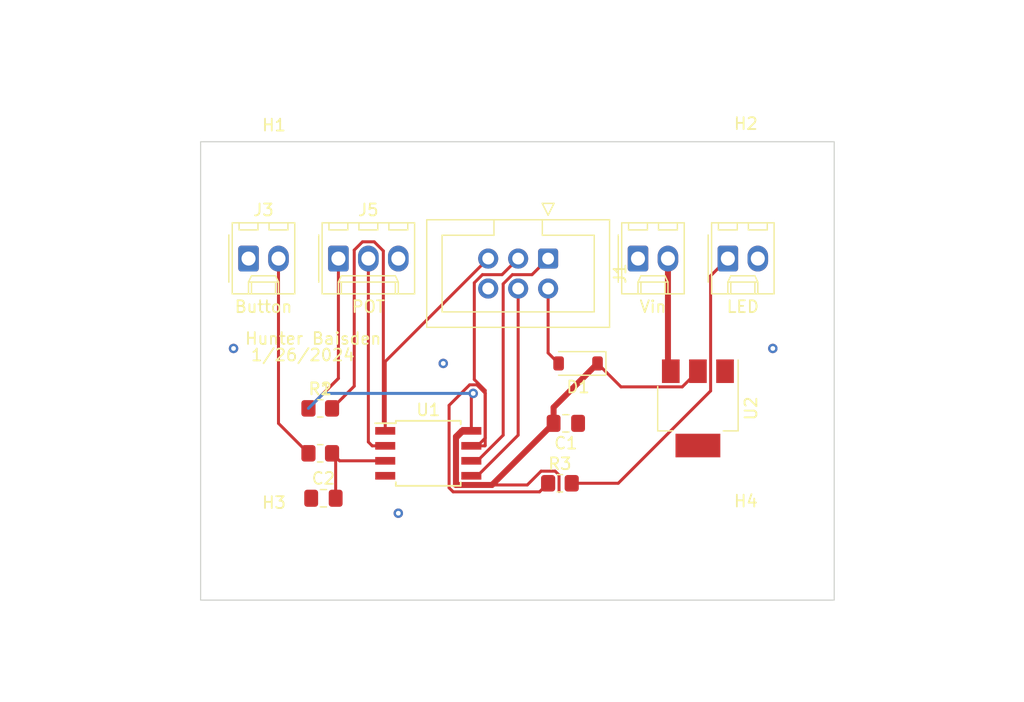
<source format=kicad_pcb>
(kicad_pcb (version 20221018) (generator pcbnew)
  (layers (0 "F.Cu" signal) (31 "B.Cu" signal) (34 "B.Paste" user) (35 "F.Paste" user) (36 "B.SilkS" user "B.Silkscreen") (37 "F.SilkS" user "F.Silkscreen") (38 "B.Mask" user) (39 "F.Mask" user) (44 "Edge.Cuts" user))
  (net 0 "")
  (net 1 "GND")
  (net 2 "+5V")
  (net 3 "/Button")
  (net 4 "Net-(D1-A)")
  (net 5 "/MISO")
  (net 6 "/SCK")
  (net 7 "/MOSI")
  (net 8 "/RST")
  (net 9 "Net-(J2-Pin_2)")
  (net 10 "Net-(J3-Pin_2)")
  (net 11 "Net-(J4-Pin_1)")
  (net 12 "Net-(J5-Pin_2)")
  (footprint "Capacitor_SMD:C_0805_2012Metric_Pad1.18x1.45mm_HandSolder" (layer "F.Cu") (at 118.11 109.22)
    (fp_text reference "C2" (at 0 -1.68) (layer "F.SilkS"))
    (fp_text value "1uF")
    (fp_line (start -0.261252 -0.735) (end 0.261252 -0.735) (stroke (width 0.12)) (layer "F.SilkS"))
    (fp_line (start -0.261252 0.735) (end 0.261252 0.735) (stroke (width 0.12)) (layer "F.SilkS"))
    (pad "1" smd roundrect (at -1.0375 0) (size 1.175 1.45) (layers "F.Cu" "F.Paste" "F.Mask") (roundrect_rratio 0.212766) (net 1 "GND"))
    (pad "2" smd roundrect (at 1.0375 0) (size 1.175 1.45) (layers "F.Cu" "F.Paste" "F.Mask") (roundrect_rratio 0.212766) (net 3 "/Button"))
  )
  (footprint "Connector_IDC:IDC-Header_2x03_P2.54mm_Vertical" (layer "F.Cu") (at 137.16 88.9 -90)
    (fp_text reference "J1" (at 1.27 -6.1 90) (layer "F.SilkS"))
    (fp_text value "AVR-ISP-6")
    (fp_line (start -4.68 -0.5) (end -4.68 0.5) (stroke (width 0.12)) (layer "F.SilkS"))
    (fp_line (start -4.68 0.5) (end -3.68 0) (stroke (width 0.12)) (layer "F.SilkS"))
    (fp_line (start -3.68 0) (end -4.68 -0.5) (stroke (width 0.12)) (layer "F.SilkS"))
    (fp_line (start -3.29 -5.21) (end 5.83 -5.21) (stroke (width 0.12)) (layer "F.SilkS"))
    (fp_line (start -3.29 0.49) (end -1.98 0.49) (stroke (width 0.12)) (layer "F.SilkS"))
    (fp_line (start -3.29 10.29) (end -3.29 -5.21) (stroke (width 0.12)) (layer "F.SilkS"))
    (fp_line (start -1.98 -3.91) (end 4.52 -3.91) (stroke (width 0.12)) (layer "F.SilkS"))
    (fp_line (start -1.98 0.49) (end -1.98 -3.91) (stroke (width 0.12)) (layer "F.SilkS"))
    (fp_line (start -1.98 4.59) (end -3.29 4.59) (stroke (width 0.12)) (layer "F.SilkS"))
    (fp_line (start -1.98 4.59) (end -1.98 4.59) (stroke (width 0.12)) (layer "F.SilkS"))
    (fp_line (start -1.98 8.99) (end -1.98 4.59) (stroke (width 0.12)) (layer "F.SilkS"))
    (fp_line (start 4.52 -3.91) (end 4.52 8.99) (stroke (width 0.12)) (layer "F.SilkS"))
    (fp_line (start 4.52 8.99) (end -1.98 8.99) (stroke (width 0.12)) (layer "F.SilkS"))
    (fp_line (start 5.83 -5.21) (end 5.83 10.29) (stroke (width 0.12)) (layer "F.SilkS"))
    (fp_line (start 5.83 10.29) (end -3.29 10.29) (stroke (width 0.12)) (layer "F.SilkS"))
    (pad "1" thru_hole roundrect (at 0 0 270) (size 1.7 1.7) (drill 1) (layers "*.Cu" "*.Mask") (roundrect_rratio 0.147059) (net 5 "/MISO"))
    (pad "2" thru_hole circle (at 2.54 0 270) (size 1.7 1.7) (drill 1) (layers "*.Cu" "*.Mask") (net 4 "Net-(D1-A)"))
    (pad "3" thru_hole circle (at 0 2.54 270) (size 1.7 1.7) (drill 1) (layers "*.Cu" "*.Mask") (net 6 "/SCK"))
    (pad "4" thru_hole circle (at 2.54 2.54 270) (size 1.7 1.7) (drill 1) (layers "*.Cu" "*.Mask") (net 7 "/MOSI"))
    (pad "5" thru_hole circle (at 0 5.08 270) (size 1.7 1.7) (drill 1) (layers "*.Cu" "*.Mask") (net 8 "/RST"))
    (pad "6" thru_hole circle (at 2.54 5.08 270) (size 1.7 1.7) (drill 1) (layers "*.Cu" "*.Mask") (net 1 "GND"))
  )
  (footprint "Package_SO:SOIC-8W_5.3x5.3mm_P1.27mm" (layer "F.Cu") (at 127 105.41)
    (fp_text reference "U1" (at 0 -3.68) (layer "F.SilkS"))
    (fp_text value "ATtiny85-20S")
    (fp_line (start -2.75 -2.755) (end -2.75 -2.55) (stroke (width 0.15)) (layer "F.SilkS"))
    (fp_line (start -2.75 -2.755) (end 2.75 -2.755) (stroke (width 0.15)) (layer "F.SilkS"))
    (fp_line (start -2.75 -2.55) (end -4.5 -2.55) (stroke (width 0.15)) (layer "F.SilkS"))
    (fp_line (start -2.75 2.755) (end -2.75 2.455) (stroke (width 0.15)) (layer "F.SilkS"))
    (fp_line (start -2.75 2.755) (end 2.75 2.755) (stroke (width 0.15)) (layer "F.SilkS"))
    (fp_line (start 2.75 -2.755) (end 2.75 -2.455) (stroke (width 0.15)) (layer "F.SilkS"))
    (fp_line (start 2.75 2.755) (end 2.75 2.455) (stroke (width 0.15)) (layer "F.SilkS"))
    (pad "1" smd rect (at -3.65 -1.905) (size 1.7 0.65) (layers "F.Cu" "F.Paste" "F.Mask") (net 8 "/RST"))
    (pad "2" smd rect (at -3.65 -0.635) (size 1.7 0.65) (layers "F.Cu" "F.Paste" "F.Mask") (net 12 "Net-(J5-Pin_2)"))
    (pad "3" smd rect (at -3.65 0.635) (size 1.7 0.65) (layers "F.Cu" "F.Paste" "F.Mask") (net 3 "/Button"))
    (pad "4" smd rect (at -3.65 1.905) (size 1.7 0.65) (layers "F.Cu" "F.Paste" "F.Mask") (net 1 "GND"))
    (pad "5" smd rect (at 3.65 1.905) (size 1.7 0.65) (layers "F.Cu" "F.Paste" "F.Mask") (net 7 "/MOSI"))
    (pad "6" smd rect (at 3.65 0.635) (size 1.7 0.65) (layers "F.Cu" "F.Paste" "F.Mask") (net 5 "/MISO"))
    (pad "7" smd rect (at 3.65 -0.635) (size 1.7 0.65) (layers "F.Cu" "F.Paste" "F.Mask") (net 6 "/SCK"))
    (pad "8" smd rect (at 3.65 -1.905) (size 1.7 0.65) (layers "F.Cu" "F.Paste" "F.Mask") (net 2 "+5V"))
  )
  (footprint "Resistor_SMD:R_0805_2012Metric_Pad1.20x1.40mm_HandSolder" (layer "F.Cu") (at 117.84 101.6)
    (fp_text reference "R1" (at 0 -1.65) (layer "F.SilkS"))
    (fp_text value "10k")
    (fp_line (start -0.227064 -0.735) (end 0.227064 -0.735) (stroke (width 0.12)) (layer "F.SilkS"))
    (fp_line (start -0.227064 0.735) (end 0.227064 0.735) (stroke (width 0.12)) (layer "F.SilkS"))
    (pad "1" smd roundrect (at -1 0) (size 1.2 1.4) (layers "F.Cu" "F.Paste" "F.Mask") (roundrect_rratio 0.208333) (net 2 "+5V"))
    (pad "2" smd roundrect (at 1 0) (size 1.2 1.4) (layers "F.Cu" "F.Paste" "F.Mask") (roundrect_rratio 0.208333) (net 8 "/RST"))
  )
  (footprint "Resistor_SMD:R_0805_2012Metric_Pad1.20x1.40mm_HandSolder" (layer "F.Cu") (at 138.16 107.95)
    (fp_text reference "R3" (at 0 -1.65) (layer "F.SilkS"))
    (fp_text value "1k")
    (fp_line (start -0.227064 -0.735) (end 0.227064 -0.735) (stroke (width 0.12)) (layer "F.SilkS"))
    (fp_line (start -0.227064 0.735) (end 0.227064 0.735) (stroke (width 0.12)) (layer "F.SilkS"))
    (pad "1" smd roundrect (at -1 0) (size 1.2 1.4) (layers "F.Cu" "F.Paste" "F.Mask") (roundrect_rratio 0.208333) (net 6 "/SCK"))
    (pad "2" smd roundrect (at 1 0) (size 1.2 1.4) (layers "F.Cu" "F.Paste" "F.Mask") (roundrect_rratio 0.208333) (net 11 "Net-(J4-Pin_1)"))
  )
  (footprint "Connector_Molex:Molex_KK-254_AE-6410-03A_1x03_P2.54mm_Vertical" (layer "F.Cu") (at 119.38 88.9)
    (fp_text reference "J5" (at 2.54 -4.12) (layer "F.SilkS"))
    (fp_text value "POT" (at 2.54 4.08) (layer "F.SilkS"))
    (fp_line (start -1.67 -2) (end -1.67 2) (stroke (width 0.12)) (layer "F.SilkS"))
    (fp_line (start -1.38 -3.03) (end -1.38 2.99) (stroke (width 0.12)) (layer "F.SilkS"))
    (fp_line (start -1.38 2.99) (end 6.46 2.99) (stroke (width 0.12)) (layer "F.SilkS"))
    (fp_line (start -0.8 -3.03) (end -0.8 -2.43) (stroke (width 0.12)) (layer "F.SilkS"))
    (fp_line (start -0.8 -2.43) (end 0.8 -2.43) (stroke (width 0.12)) (layer "F.SilkS"))
    (fp_line (start 0 1.99) (end 0.25 1.46) (stroke (width 0.12)) (layer "F.SilkS"))
    (fp_line (start 0 1.99) (end 5.08 1.99) (stroke (width 0.12)) (layer "F.SilkS"))
    (fp_line (start 0 2.99) (end 0 1.99) (stroke (width 0.12)) (layer "F.SilkS"))
    (fp_line (start 0.25 1.46) (end 4.83 1.46) (stroke (width 0.12)) (layer "F.SilkS"))
    (fp_line (start 0.25 2.99) (end 0.25 1.99) (stroke (width 0.12)) (layer "F.SilkS"))
    (fp_line (start 0.8 -2.43) (end 0.8 -3.03) (stroke (width 0.12)) (layer "F.SilkS"))
    (fp_line (start 1.74 -3.03) (end 1.74 -2.43) (stroke (width 0.12)) (layer "F.SilkS"))
    (fp_line (start 1.74 -2.43) (end 3.34 -2.43) (stroke (width 0.12)) (layer "F.SilkS"))
    (fp_line (start 3.34 -2.43) (end 3.34 -3.03) (stroke (width 0.12)) (layer "F.SilkS"))
    (fp_line (start 4.28 -3.03) (end 4.28 -2.43) (stroke (width 0.12)) (layer "F.SilkS"))
    (fp_line (start 4.28 -2.43) (end 5.88 -2.43) (stroke (width 0.12)) (layer "F.SilkS"))
    (fp_line (start 4.83 1.46) (end 5.08 1.99) (stroke (width 0.12)) (layer "F.SilkS"))
    (fp_line (start 4.83 2.99) (end 4.83 1.99) (stroke (width 0.12)) (layer "F.SilkS"))
    (fp_line (start 5.08 1.99) (end 5.08 2.99) (stroke (width 0.12)) (layer "F.SilkS"))
    (fp_line (start 5.88 -2.43) (end 5.88 -3.03) (stroke (width 0.12)) (layer "F.SilkS"))
    (fp_line (start 6.46 -3.03) (end -1.38 -3.03) (stroke (width 0.12)) (layer "F.SilkS"))
    (fp_line (start 6.46 2.99) (end 6.46 -3.03) (stroke (width 0.12)) (layer "F.SilkS"))
    (pad "1" thru_hole roundrect (at 0 0) (size 1.74 2.19) (drill 1.19) (layers "*.Cu" "*.Mask") (roundrect_rratio 0.143678) (net 2 "+5V"))
    (pad "2" thru_hole oval (at 2.54 0) (size 1.74 2.19) (drill 1.19) (layers "*.Cu" "*.Mask") (net 12 "Net-(J5-Pin_2)"))
    (pad "3" thru_hole oval (at 5.08 0) (size 1.74 2.19) (drill 1.19) (layers "*.Cu" "*.Mask") (net 1 "GND"))
  )
  (footprint "Diode_SMD:D_SOD-123" (layer "F.Cu") (at 139.7 97.79 180)
    (fp_text reference "D1" (at 0 -2) (layer "F.SilkS"))
    (fp_text value "MBR0520")
    (fp_line (start -2.36 -1) (end -2.36 1) (stroke (width 0.12)) (layer "F.SilkS"))
    (fp_line (start -2.36 -1) (end 1.65 -1) (stroke (width 0.12)) (layer "F.SilkS"))
    (fp_line (start -2.36 1) (end 1.65 1) (stroke (width 0.12)) (layer "F.SilkS"))
    (pad "1" smd roundrect (at -1.65 0 180) (size 0.9 1.2) (layers "F.Cu" "F.Paste" "F.Mask") (net 2 "+5V"))
    (pad "2" smd roundrect (at 1.65 0 180) (size 0.9 1.2) (layers "F.Cu" "F.Paste" "F.Mask") (net 4 "Net-(D1-A)"))
  )
  (footprint "Package_TO_SOT_SMD:SOT-223" (layer "F.Cu") (at 149.86 101.6 -90)
    (fp_text reference "U2" (at 0 -4.5 90) (layer "F.SilkS"))
    (fp_text value "LM1117T-5.0")
    (fp_line (start -4.1 -3.41) (end 1.91 -3.41) (stroke (width 0.12)) (layer "F.SilkS"))
    (fp_line (start -1.85 3.41) (end 1.91 3.41) (stroke (width 0.12)) (layer "F.SilkS"))
    (fp_line (start 1.91 -3.41) (end 1.91 -2.15) (stroke (width 0.12)) (layer "F.SilkS"))
    (fp_line (start 1.91 3.41) (end 1.91 2.15) (stroke (width 0.12)) (layer "F.SilkS"))
    (pad "1" smd rect (at -3.15 -2.3 270) (size 2 1.5) (layers "F.Cu" "F.Paste" "F.Mask") (net 1 "GND"))
    (pad "2" smd rect (at -3.15 0 270) (size 2 1.5) (layers "F.Cu" "F.Paste" "F.Mask") (net 2 "+5V"))
    (pad "3" smd rect (at -3.15 2.3 270) (size 2 1.5) (layers "F.Cu" "F.Paste" "F.Mask") (net 9 "Net-(J2-Pin_2)"))
    (pad "4" smd rect (at 3.15 0 270) (size 2 3.8) (layers "F.Cu" "F.Paste" "F.Mask"))
  )
  (footprint "MountingHole:MountingHole_3.2mm_M3" (layer "F.Cu") (at 153.924 113.665)
    (fp_text reference "H4" (at 0 -4.2) (layer "F.SilkS"))
    (fp_text value "MountingHole")
    (pad "" np_thru_hole circle (at 0 0) (size 3.2 3.2) (drill 3.2) (layers "*.Cu" "*.Mask"))
  )
  (footprint "MountingHole:MountingHole_3.2mm_M3" (layer "F.Cu") (at 113.919 81.788)
    (fp_text reference "H1" (at 0 -4.2) (layer "F.SilkS"))
    (fp_text value "MountingHole")
    (pad "" np_thru_hole circle (at 0 0) (size 3.2 3.2) (drill 3.2) (layers "*.Cu" "*.Mask"))
  )
  (footprint "Connector_Molex:Molex_KK-254_AE-6410-02A_1x02_P2.54mm_Vertical" (layer "F.Cu") (at 111.76 88.9)
    (fp_text reference "J3" (at 1.27 -4.12) (layer "F.SilkS"))
    (fp_text value "Button" (at 1.27 4.08) (layer "F.SilkS"))
    (fp_line (start -1.67 -2) (end -1.67 2) (stroke (width 0.12)) (layer "F.SilkS"))
    (fp_line (start -1.38 -3.03) (end -1.38 2.99) (stroke (width 0.12)) (layer "F.SilkS"))
    (fp_line (start -1.38 2.99) (end 3.92 2.99) (stroke (width 0.12)) (layer "F.SilkS"))
    (fp_line (start -0.8 -3.03) (end -0.8 -2.43) (stroke (width 0.12)) (layer "F.SilkS"))
    (fp_line (start -0.8 -2.43) (end 0.8 -2.43) (stroke (width 0.12)) (layer "F.SilkS"))
    (fp_line (start 0 1.99) (end 0.25 1.46) (stroke (width 0.12)) (layer "F.SilkS"))
    (fp_line (start 0 1.99) (end 2.54 1.99) (stroke (width 0.12)) (layer "F.SilkS"))
    (fp_line (start 0 2.99) (end 0 1.99) (stroke (width 0.12)) (layer "F.SilkS"))
    (fp_line (start 0.25 1.46) (end 2.29 1.46) (stroke (width 0.12)) (layer "F.SilkS"))
    (fp_line (start 0.25 2.99) (end 0.25 1.99) (stroke (width 0.12)) (layer "F.SilkS"))
    (fp_line (start 0.8 -2.43) (end 0.8 -3.03) (stroke (width 0.12)) (layer "F.SilkS"))
    (fp_line (start 1.74 -3.03) (end 1.74 -2.43) (stroke (width 0.12)) (layer "F.SilkS"))
    (fp_line (start 1.74 -2.43) (end 3.34 -2.43) (stroke (width 0.12)) (layer "F.SilkS"))
    (fp_line (start 2.29 1.46) (end 2.54 1.99) (stroke (width 0.12)) (layer "F.SilkS"))
    (fp_line (start 2.29 2.99) (end 2.29 1.99) (stroke (width 0.12)) (layer "F.SilkS"))
    (fp_line (start 2.54 1.99) (end 2.54 2.99) (stroke (width 0.12)) (layer "F.SilkS"))
    (fp_line (start 3.34 -2.43) (end 3.34 -3.03) (stroke (width 0.12)) (layer "F.SilkS"))
    (fp_line (start 3.92 -3.03) (end -1.38 -3.03) (stroke (width 0.12)) (layer "F.SilkS"))
    (fp_line (start 3.92 2.99) (end 3.92 -3.03) (stroke (width 0.12)) (layer "F.SilkS"))
    (pad "1" thru_hole roundrect (at 0 0) (size 1.74 2.19) (drill 1.19) (layers "*.Cu" "*.Mask") (roundrect_rratio 0.143678) (net 1 "GND"))
    (pad "2" thru_hole oval (at 2.54 0) (size 1.74 2.19) (drill 1.19) (layers "*.Cu" "*.Mask") (net 10 "Net-(J3-Pin_2)"))
  )
  (footprint "MountingHole:MountingHole_3.2mm_M3" (layer "F.Cu") (at 153.924 81.661)
    (fp_text reference "H2" (at 0 -4.2) (layer "F.SilkS"))
    (fp_text value "MountingHole")
    (pad "" np_thru_hole circle (at 0 0) (size 3.2 3.2) (drill 3.2) (layers "*.Cu" "*.Mask"))
  )
  (footprint "Connector_Molex:Molex_KK-254_AE-6410-02A_1x02_P2.54mm_Vertical" (layer "F.Cu") (at 144.78 88.9)
    (fp_text reference "J2" hide)
    (fp_text value "Vin" (at 1.27 4.08) (layer "F.SilkS"))
    (fp_text user "-" (at 0 0 unlocked) (layer "F.SilkS"))
    (fp_text user "+" (at 0 0 unlocked) (layer "F.SilkS"))
    (fp_line (start -1.67 -2) (end -1.67 2) (stroke (width 0.12)) (layer "F.SilkS"))
    (fp_line (start -1.38 -3.03) (end -1.38 2.99) (stroke (width 0.12)) (layer "F.SilkS"))
    (fp_line (start -1.38 2.99) (end 3.92 2.99) (stroke (width 0.12)) (layer "F.SilkS"))
    (fp_line (start -0.8 -3.03) (end -0.8 -2.43) (stroke (width 0.12)) (layer "F.SilkS"))
    (fp_line (start -0.8 -2.43) (end 0.8 -2.43) (stroke (width 0.12)) (layer "F.SilkS"))
    (fp_line (start 0 1.99) (end 0.25 1.46) (stroke (width 0.12)) (layer "F.SilkS"))
    (fp_line (start 0 1.99) (end 2.54 1.99) (stroke (width 0.12)) (layer "F.SilkS"))
    (fp_line (start 0 2.99) (end 0 1.99) (stroke (width 0.12)) (layer "F.SilkS"))
    (fp_line (start 0.25 1.46) (end 2.29 1.46) (stroke (width 0.12)) (layer "F.SilkS"))
    (fp_line (start 0.25 2.99) (end 0.25 1.99) (stroke (width 0.12)) (layer "F.SilkS"))
    (fp_line (start 0.8 -2.43) (end 0.8 -3.03) (stroke (width 0.12)) (layer "F.SilkS"))
    (fp_line (start 1.74 -3.03) (end 1.74 -2.43) (stroke (width 0.12)) (layer "F.SilkS"))
    (fp_line (start 1.74 -2.43) (end 3.34 -2.43) (stroke (width 0.12)) (layer "F.SilkS"))
    (fp_line (start 2.29 1.46) (end 2.54 1.99) (stroke (width 0.12)) (layer "F.SilkS"))
    (fp_line (start 2.29 2.99) (end 2.29 1.99) (stroke (width 0.12)) (layer "F.SilkS"))
    (fp_line (start 2.54 1.99) (end 2.54 2.99) (stroke (width 0.12)) (layer "F.SilkS"))
    (fp_line (start 3.34 -2.43) (end 3.34 -3.03) (stroke (width 0.12)) (layer "F.SilkS"))
    (fp_line (start 3.92 -3.03) (end -1.38 -3.03) (stroke (width 0.12)) (layer "F.SilkS"))
    (fp_line (start 3.92 2.99) (end 3.92 -3.03) (stroke (width 0.12)) (layer "F.SilkS"))
    (pad "1" thru_hole roundrect (at 0 0) (size 1.74 2.19) (drill 1.19) (layers "*.Cu" "*.Mask") (roundrect_rratio 0.143678) (net 1 "GND"))
    (pad "2" thru_hole oval (at 2.54 0) (size 1.74 2.19) (drill 1.19) (layers "*.Cu" "*.Mask") (net 9 "Net-(J2-Pin_2)"))
  )
  (footprint "Connector_Molex:Molex_KK-254_AE-6410-02A_1x02_P2.54mm_Vertical" (layer "F.Cu") (at 152.4 88.9)
    (fp_text reference "J4" hide)
    (fp_text value "LED" (at 1.27 4.08) (layer "F.SilkS"))
    (fp_text user "+" (at 0 0 unlocked) (layer "F.SilkS"))
    (fp_text user "-" (at 0 0 unlocked) (layer "F.SilkS"))
    (fp_line (start -1.67 -2) (end -1.67 2) (stroke (width 0.12)) (layer "F.SilkS"))
    (fp_line (start -1.38 -3.03) (end -1.38 2.99) (stroke (width 0.12)) (layer "F.SilkS"))
    (fp_line (start -1.38 2.99) (end 3.92 2.99) (stroke (width 0.12)) (layer "F.SilkS"))
    (fp_line (start -0.8 -3.03) (end -0.8 -2.43) (stroke (width 0.12)) (layer "F.SilkS"))
    (fp_line (start -0.8 -2.43) (end 0.8 -2.43) (stroke (width 0.12)) (layer "F.SilkS"))
    (fp_line (start 0 1.99) (end 0.25 1.46) (stroke (width 0.12)) (layer "F.SilkS"))
    (fp_line (start 0 1.99) (end 2.54 1.99) (stroke (width 0.12)) (layer "F.SilkS"))
    (fp_line (start 0 2.99) (end 0 1.99) (stroke (width 0.12)) (layer "F.SilkS"))
    (fp_line (start 0.25 1.46) (end 2.29 1.46) (stroke (width 0.12)) (layer "F.SilkS"))
    (fp_line (start 0.25 2.99) (end 0.25 1.99) (stroke (width 0.12)) (layer "F.SilkS"))
    (fp_line (start 0.8 -2.43) (end 0.8 -3.03) (stroke (width 0.12)) (layer "F.SilkS"))
    (fp_line (start 1.74 -3.03) (end 1.74 -2.43) (stroke (width 0.12)) (layer "F.SilkS"))
    (fp_line (start 1.74 -2.43) (end 3.34 -2.43) (stroke (width 0.12)) (layer "F.SilkS"))
    (fp_line (start 2.29 1.46) (end 2.54 1.99) (stroke (width 0.12)) (layer "F.SilkS"))
    (fp_line (start 2.29 2.99) (end 2.29 1.99) (stroke (width 0.12)) (layer "F.SilkS"))
    (fp_line (start 2.54 1.99) (end 2.54 2.99) (stroke (width 0.12)) (layer "F.SilkS"))
    (fp_line (start 3.34 -2.43) (end 3.34 -3.03) (stroke (width 0.12)) (layer "F.SilkS"))
    (fp_line (start 3.92 -3.03) (end -1.38 -3.03) (stroke (width 0.12)) (layer "F.SilkS"))
    (fp_line (start 3.92 2.99) (end 3.92 -3.03) (stroke (width 0.12)) (layer "F.SilkS"))
    (pad "1" thru_hole roundrect (at 0 0) (size 1.74 2.19) (drill 1.19) (layers "*.Cu" "*.Mask") (roundrect_rratio 0.143678) (net 11 "Net-(J4-Pin_1)"))
    (pad "2" thru_hole oval (at 2.54 0) (size 1.74 2.19) (drill 1.19) (layers "*.Cu" "*.Mask") (net 1 "GND"))
  )
  (footprint "Resistor_SMD:R_0805_2012Metric_Pad1.20x1.40mm_HandSolder" (layer "F.Cu") (at 117.84 105.41)
    (fp_text reference "R2" (at 0 -5.46) (layer "F.SilkS"))
    (fp_text value "10k")
    (fp_line (start -0.227064 -0.735) (end 0.227064 -0.735) (stroke (width 0.12)) (layer "F.SilkS"))
    (fp_line (start -0.227064 0.735) (end 0.227064 0.735) (stroke (width 0.12)) (layer "F.SilkS"))
    (pad "1" smd roundrect (at -1 0) (size 1.2 1.4) (layers "F.Cu" "F.Paste" "F.Mask") (roundrect_rratio 0.208333) (net 10 "Net-(J3-Pin_2)"))
    (pad "2" smd roundrect (at 1 0) (size 1.2 1.4) (layers "F.Cu" "F.Paste" "F.Mask") (roundrect_rratio 0.208333) (net 3 "/Button"))
  )
  (footprint "MountingHole:MountingHole_3.2mm_M3" (layer "F.Cu") (at 113.919 113.792)
    (fp_text reference "H3" (at 0 -4.2) (layer "F.SilkS"))
    (fp_text value "MountingHole")
    (pad "" np_thru_hole circle (at 0 0) (size 3.2 3.2) (drill 3.2) (layers "*.Cu" "*.Mask"))
  )
  (footprint "Capacitor_SMD:C_0805_2012Metric_Pad1.18x1.45mm_HandSolder" (layer "F.Cu") (at 138.6625 102.87 180)
    (fp_text reference "C1" (at 0 -1.68) (layer "F.SilkS"))
    (fp_text value "1uF")
    (fp_line (start -0.261252 -0.735) (end 0.261252 -0.735) (stroke (width 0.12)) (layer "F.SilkS"))
    (fp_line (start -0.261252 0.735) (end 0.261252 0.735) (stroke (width 0.12)) (layer "F.SilkS"))
    (pad "1" smd roundrect (at -1.0375 0 180) (size 1.175 1.45) (layers "F.Cu" "F.Paste" "F.Mask") (roundrect_rratio 0.212766) (net 1 "GND"))
    (pad "2" smd roundrect (at 1.0375 0 180) (size 1.175 1.45) (layers "F.Cu" "F.Paste" "F.Mask") (roundrect_rratio 0.212766) (net 2 "+5V"))
  )
  (gr_rect (start 107.696 78.994) (end 161.417 117.856) (stroke (width 0.1)) (fill none) (layer "Edge.Cuts"))
  (gr_text "Hunter Baisden" (at 111.379 96.266) (layer "F.SilkS") (effects (font (size 1 1)) (justify left bottom)))
  (gr_text "1/26/2024" (at 111.887 97.663) (layer "F.SilkS") (effects (font (size 1 1)) (justify left bottom)))
  (via (at 156.21 96.52) (size 0.8) (drill 0.4) (layers "F.Cu" "B.Cu") (net 0))
  (via (at 128.27 97.79) (size 0.8) (drill 0.4) (layers "F.Cu" "B.Cu") (net 0))
  (via (at 124.46 110.49) (size 0.8) (drill 0.4) (layers "F.Cu" "B.Cu") (net 0))
  (via (at 110.49 96.52) (size 0.8) (drill 0.4) (layers "F.Cu" "B.Cu") (net 0))
  (segment (start 148.533 99.777) (end 149.86 98.45) (width 0.254) (layer "F.Cu") (net 2))
  (segment (start 137.625 101.515) (end 141.35 97.79) (width 0.508) (layer "F.Cu") (net 2))
  (segment (start 137.625 102.87) (end 137.625 101.515) (width 0.508) (layer "F.Cu") (net 2))
  (segment (start 130.65 100.49) (end 130.81 100.33) (width 0.254) (layer "F.Cu") (net 2))
  (segment (start 129.54 108.094) (end 129.473 108.027) (width 0.254) (layer "F.Cu") (net 2))
  (segment (start 138.087 108.645928) (end 138.087 107.254072) (width 0.254) (layer "F.Cu") (net 2))
  (segment (start 119.38 88.9) (end 119.38 99.06) (width 0.254) (layer "F.Cu") (net 2))
  (segment (start 129.837 103.505) (end 130.65 103.505) (width 0.508) (layer "F.Cu") (net 2))
  (segment (start 137.625 102.87) (end 132.401 108.094) (width 0.508) (layer "F.Cu") (net 2))
  (segment (start 129.346 103.996) (end 129.837 103.505) (width 0.508) (layer "F.Cu") (net 2))
  (segment (start 141.35 97.79) (end 143.337 99.777) (width 0.254) (layer "F.Cu") (net 2))
  (segment (start 137.755928 106.923) (end 136.564072 106.923) (width 0.254) (layer "F.Cu") (net 2))
  (segment (start 143.337 99.777) (end 148.533 99.777) (width 0.254) (layer "F.Cu") (net 2))
  (segment (start 130.125 103.505) (end 130.65 103.505) (width 0.254) (layer "F.Cu") (net 2))
  (segment (start 130.65 103.505) (end 130.65 100.49) (width 0.254) (layer "F.Cu") (net 2))
  (segment (start 135.393072 108.094) (end 129.54 108.094) (width 0.254) (layer "F.Cu") (net 2))
  (segment (start 119.38 99.06) (end 116.84 101.6) (width 0.254) (layer "F.Cu") (net 2))
  (segment (start 119.38 99.06) (end 117.913 100.527) (width 0.254) (layer "F.Cu") (net 2))
  (segment (start 132.401 108.094) (end 129.346 108.094) (width 0.508) (layer "F.Cu") (net 2))
  (segment (start 129.346 108.094) (end 129.346 103.996) (width 0.508) (layer "F.Cu") (net 2))
  (segment (start 136.564072 106.923) (end 135.393072 108.094) (width 0.254) (layer "F.Cu") (net 2))
  (segment (start 129.473 104.157) (end 130.125 103.505) (width 0.254) (layer "F.Cu") (net 2))
  (segment (start 129.473 108.027) (end 129.473 104.157) (width 0.254) (layer "F.Cu") (net 2))
  (segment (start 138.087 107.254072) (end 137.755928 106.923) (width 0.254) (layer "F.Cu") (net 2))
  (via (at 130.81 100.33) (size 0.8) (drill 0.4) (layers "F.Cu" "B.Cu") (net 2))
  (segment (start 118.11 100.33) (end 116.84 101.6) (width 0.254) (layer "B.Cu") (net 2))
  (segment (start 130.81 100.33) (end 118.11 100.33) (width 0.254) (layer "B.Cu") (net 2))
  (segment (start 119.1475 105.7175) (end 118.84 105.41) (width 0.254) (layer "F.Cu") (net 3))
  (segment (start 119.1475 109.22) (end 119.1475 105.7175) (width 0.254) (layer "F.Cu") (net 3))
  (segment (start 119.475 106.045) (end 118.84 105.41) (width 0.254) (layer "F.Cu") (net 3))
  (segment (start 123.35 106.045) (end 119.475 106.045) (width 0.254) (layer "F.Cu") (net 3))
  (segment (start 137.16 91.44) (end 137.16 96.9) (width 0.254) (layer "F.Cu") (net 4))
  (segment (start 137.16 96.9) (end 138.05 97.79) (width 0.254) (layer "F.Cu") (net 4))
  (segment (start 133.35 91.04547) (end 133.35 103.87) (width 0.254) (layer "F.Cu") (net 5))
  (segment (start 133.35 103.87) (end 131.175 106.045) (width 0.254) (layer "F.Cu") (net 5))
  (segment (start 131.175 106.045) (end 130.65 106.045) (width 0.254) (layer "F.Cu") (net 5))
  (segment (start 134.13247 90.263) (end 133.35 91.04547) (width 0.254) (layer "F.Cu") (net 5))
  (segment (start 137.16 88.9) (end 135.797 90.263) (width 0.254) (layer "F.Cu") (net 5))
  (segment (start 135.797 90.263) (end 134.13247 90.263) (width 0.254) (layer "F.Cu") (net 5))
  (segment (start 131.827 100.077) (end 131.827 104.123) (width 0.254) (layer "F.Cu") (net 6))
  (segment (start 137.16 107.95) (end 136.435 108.675) (width 0.254) (layer "F.Cu") (net 6))
  (segment (start 131.827 100.318866) (end 131.827 104.750948) (width 0.254) (layer "F.Cu") (net 6))
  (segment (start 131.111134 99.603) (end 131.827 100.318866) (width 0.254) (layer "F.Cu") (net 6))
  (segment (start 130.508866 99.603) (end 131.111134 99.603) (width 0.254) (layer "F.Cu") (net 6))
  (segment (start 130.903 90.95247) (end 130.903 99.153) (width 0.254) (layer "F.Cu") (net 6))
  (segment (start 131.802948 104.775) (end 130.65 104.775) (width 0.254) (layer "F.Cu") (net 6))
  (segment (start 131.175 104.775) (end 130.65 104.775) (width 0.254) (layer "F.Cu") (net 6))
  (segment (start 134.62 88.9) (end 133.257 90.263) (width 0.254) (layer "F.Cu") (net 6))
  (segment (start 133.257 90.263) (end 131.59247 90.263) (width 0.254) (layer "F.Cu") (net 6))
  (segment (start 136.435 108.675) (end 129.105342 108.675) (width 0.254) (layer "F.Cu") (net 6))
  (segment (start 129.105342 108.675) (end 128.765 108.334658) (width 0.254) (layer "F.Cu") (net 6))
  (segment (start 131.59247 90.263) (end 130.903 90.95247) (width 0.254) (layer "F.Cu") (net 6))
  (segment (start 131.827 104.123) (end 131.175 104.775) (width 0.254) (layer "F.Cu") (net 6))
  (segment (start 128.765 108.334658) (end 128.765 101.346866) (width 0.254) (layer "F.Cu") (net 6))
  (segment (start 130.903 99.153) (end 131.827 100.077) (width 0.254) (layer "F.Cu") (net 6))
  (segment (start 128.765 101.346866) (end 130.508866 99.603) (width 0.254) (layer "F.Cu") (net 6))
  (segment (start 131.827 104.750948) (end 131.802948 104.775) (width 0.254) (layer "F.Cu") (net 6))
  (segment (start 131.175 107.315) (end 130.65 107.315) (width 0.254) (layer "F.Cu") (net 7))
  (segment (start 134.62 91.44) (end 134.62 103.87) (width 0.254) (layer "F.Cu") (net 7))
  (segment (start 134.62 103.87) (end 131.175 107.315) (width 0.254) (layer "F.Cu") (net 7))
  (segment (start 119.745 100.695) (end 120.723 99.717) (width 0.254) (layer "F.Cu") (net 8))
  (segment (start 123.19 88.252186) (end 123.19 102.71) (width 0.254) (layer "F.Cu") (net 8))
  (segment (start 123.35 97.63) (end 123.35 102.87) (width 0.254) (layer "F.Cu") (net 8))
  (segment (start 118.84 101.6) (end 119.745 100.695) (width 0.254) (layer "F.Cu") (net 8))
  (segment (start 123.35 102.87) (end 123.35 103.505) (width 0.254) (layer "F.Cu") (net 8))
  (segment (start 121.424186 87.478) (end 122.415814 87.478) (width 0.254) (layer "F.Cu") (net 8))
  (segment (start 120.723 88.179186) (end 121.424186 87.478) (width 0.254) (layer "F.Cu") (net 8))
  (segment (start 123.19 102.71) (end 123.35 102.87) (width 0.254) (layer "F.Cu") (net 8))
  (segment (start 132.08 88.9) (end 123.35 97.63) (width 0.254) (layer "F.Cu") (net 8))
  (segment (start 120.723 99.717) (end 120.723 88.179186) (width 0.254) (layer "F.Cu") (net 8))
  (segment (start 122.415814 87.478) (end 123.19 88.252186) (width 0.254) (layer "F.Cu") (net 8))
  (segment (start 147.32 88.9) (end 147.32 98.21) (width 0.508) (layer "F.Cu") (net 9))
  (segment (start 147.32 98.21) (end 147.56 98.45) (width 0.508) (layer "F.Cu") (net 9))
  (segment (start 114.3 102.87) (end 116.84 105.41) (width 0.254) (layer "F.Cu") (net 10))
  (segment (start 114.3 88.9) (end 114.3 102.87) (width 0.254) (layer "F.Cu") (net 10))
  (segment (start 143.106 107.95) (end 139.16 107.95) (width 0.254) (layer "F.Cu") (net 11))
  (segment (start 152.4 88.9) (end 150.937 90.363) (width 0.254) (layer "F.Cu") (net 11))
  (segment (start 150.937 100.119) (end 143.106 107.95) (width 0.254) (layer "F.Cu") (net 11))
  (segment (start 150.937 90.363) (end 150.937 100.119) (width 0.254) (layer "F.Cu") (net 11))
  (segment (start 121.92 88.9) (end 121.92 104.449) (width 0.254) (layer "F.Cu") (net 12))
  (segment (start 121.92 104.449) (end 122.246 104.775) (width 0.254) (layer "F.Cu") (net 12))
  (segment (start 122.246 104.775) (end 123.35 104.775) (width 0.254) (layer "F.Cu") (net 12))
)
</source>
